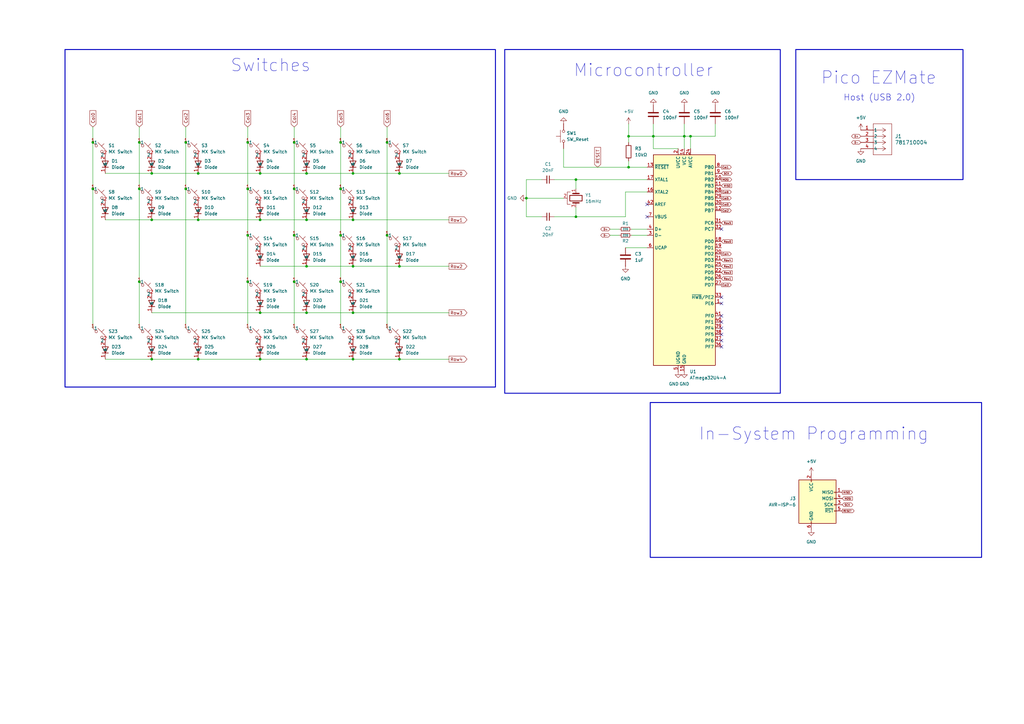
<source format=kicad_sch>
(kicad_sch (version 20231120) (generator "eeschema") (generator_version "8.0")
  (paper "A3")
  (lib_symbols
    (symbol "Connector:AVR-ISP-6" (pin_names (offset 1.016))
      (property "Reference" "J" (at -6.35 11.43 0))
      (property "Value" "AVR-ISP-6" (at 0 11.43 0))
      (symbol "AVR-ISP-6_0_1"
        (rectangle (start -2.667 -6.858) (end -2.413 -7.62))
        (rectangle (start -2.667 10.16) (end -2.413 9.398))
        (rectangle (start 7.62 -2.413) (end 6.858 -2.667))
        (rectangle (start 7.62 0.127) (end 6.858 -0.127))
        (rectangle (start 7.62 2.667) (end 6.858 2.413))
        (rectangle (start 7.62 5.207) (end 6.858 4.953))
        (rectangle (start 7.62 10.16) (end -7.62 -7.62) (stroke (width 0.254)) (fill (type background)))
      )
      (symbol "AVR-ISP-6_1_1"
        (pin passive line (at 10.16 5.08 180) (length 2.54) (name "MISO") (number "1"))
        (pin passive line (at -2.54 12.7 270) (length 2.54) (name "VCC") (number "2"))
        (pin passive line (at 10.16 0 180) (length 2.54) (name "SCK") (number "3"))
        (pin passive line (at 10.16 2.54 180) (length 2.54) (name "MOSI") (number "4"))
        (pin passive line (at 10.16 -2.54 180) (length 2.54) (name "~{RST}") (number "5"))
        (pin passive line (at -2.54 -10.16 90) (length 2.54) (name "GND") (number "6"))
      )
    )
    (symbol "Device:C" (pin_numbers hide) (pin_names (offset 0.254))
      (property "Reference" "C" (at 0.635 2.54 0))
      (property "Value" "C" (at 0.635 -2.54 0))
      (symbol "C_0_1"
        (polyline (pts (xy -2.032 -0.762) (xy 2.032 -0.762)) (stroke (width 0.508)))
        (polyline (pts (xy -2.032 0.762) (xy 2.032 0.762)) (stroke (width 0.508)))
      )
      (symbol "C_1_1"
        (pin passive line (at 0 3.81 270) (length 2.794) (name "~") (number "1"))
        (pin passive line (at 0 -3.81 90) (length 2.794) (name "~") (number "2"))
      )
    )
    (symbol "Device:C_Small" (pin_numbers hide) (pin_names (offset 0.254) hide)
      (property "Reference" "C" (at 0.254 1.778 0))
      (property "Value" "C_Small" (at 0.254 -2.032 0))
      (symbol "C_Small_0_1"
        (polyline (pts (xy -1.524 -0.508) (xy 1.524 -0.508)) (stroke (width 0.3302)))
        (polyline (pts (xy -1.524 0.508) (xy 1.524 0.508)) (stroke (width 0.3048)))
      )
      (symbol "C_Small_1_1"
        (pin passive line (at 0 2.54 270) (length 2.032) (name "~") (number "1"))
        (pin passive line (at 0 -2.54 90) (length 2.032) (name "~") (number "2"))
      )
    )
    (symbol "Device:Crystal_GND2" (pin_names (offset 1.016) hide)
      (property "Reference" "Y" (at 0 5.715 0))
      (property "Value" "Crystal_GND2" (at 0 3.81 0))
      (symbol "Crystal_GND2_0_1"
        (rectangle (start -1.143 2.54) (end 1.143 -2.54) (stroke (width 0.3048)))
        (polyline (pts (xy -2.54 0) (xy -1.905 0)))
        (polyline (pts (xy -1.905 -1.27) (xy -1.905 1.27)) (stroke (width 0.508)))
        (polyline (pts (xy 0 -3.81) (xy 0 -3.556)))
        (polyline (pts (xy 1.905 0) (xy 2.54 0)))
        (polyline (pts (xy 1.905 1.27) (xy 1.905 -1.27)) (stroke (width 0.508)))
        (polyline (pts (xy -2.54 -2.286) (xy -2.54 -3.556) (xy 2.54 -3.556) (xy 2.54 -2.286)))
      )
      (symbol "Crystal_GND2_1_1"
        (pin passive line (at -3.81 0 0) (length 1.27) (name "1") (number "1"))
        (pin passive line (at 0 -5.08 90) (length 1.27) (name "2") (number "2"))
        (pin passive line (at 3.81 0 180) (length 1.27) (name "3") (number "3"))
      )
    )
    (symbol "Device:R" (pin_numbers hide) (pin_names (offset 0))
      (property "Reference" "R" (at 2.032 0 90))
      (property "Value" "R" (at 0 0 90))
      (symbol "R_0_1"
        (rectangle (start -1.016 -2.54) (end 1.016 2.54) (stroke (width 0.254)))
      )
      (symbol "R_1_1"
        (pin passive line (at 0 3.81 270) (length 1.27) (name "~") (number "1"))
        (pin passive line (at 0 -3.81 90) (length 1.27) (name "~") (number "2"))
      )
    )
    (symbol "Device:R_Small" (pin_numbers hide) (pin_names (offset 0.254) hide)
      (property "Reference" "R" (at 0.762 0.508 0))
      (property "Value" "R_Small" (at 0.762 -1.016 0))
      (symbol "R_Small_0_1"
        (rectangle (start -0.762 1.778) (end 0.762 -1.778) (stroke (width 0.2032)))
      )
      (symbol "R_Small_1_1"
        (pin passive line (at 0 2.54 270) (length 0.762) (name "~") (number "1"))
        (pin passive line (at 0 -2.54 90) (length 0.762) (name "~") (number "2"))
      )
    )
    (symbol "GND_9" (power) (pin_numbers hide) (pin_names (offset 0) hide)
      (property "Value" "GND" (at 0 -3.81 0))
      (symbol "GND_9_0_1"
        (polyline (pts (xy 0 0) (xy 0 -1.27) (xy 1.27 -1.27) (xy 0 -2.54) (xy -1.27 -1.27) (xy 0 -1.27)))
      )
      (symbol "GND_9_1_1"
        (pin power_in line (at 0 0 270) (length 0) (name "~") (number "1"))
      )
    )
    (symbol "MCU_Microchip_ATmega:ATmega32U4-A"
      (property "Reference" "U" (at -12.7 44.45 0))
      (property "Value" "ATmega32U4-A" (at 2.54 -44.45 0))
      (symbol "ATmega32U4-A_0_1"
        (rectangle (start -12.7 -43.18) (end 12.7 43.18) (stroke (width 0.254)) (fill (type background)))
      )
      (symbol "ATmega32U4-A_1_1"
        (pin bidirectional line (at 15.24 -17.78 180) (length 2.54) (name "PE6") (number "1"))
        (pin bidirectional line (at 15.24 33.02 180) (length 2.54) (name "PB2") (number "10"))
        (pin bidirectional line (at 15.24 30.48 180) (length 2.54) (name "PB3") (number "11"))
        (pin bidirectional line (at 15.24 20.32 180) (length 2.54) (name "PB7") (number "12"))
        (pin input line (at -15.24 38.1 0) (length 2.54) (name "~{RESET}") (number "13"))
        (pin power_in line (at 0 45.72 270) (length 2.54) (name "VCC") (number "14"))
        (pin power_in line (at 0 -45.72 90) (length 2.54) (name "GND") (number "15"))
        (pin output line (at -15.24 27.94 0) (length 2.54) (name "XTAL2") (number "16"))
        (pin input line (at -15.24 33.02 0) (length 2.54) (name "XTAL1") (number "17"))
        (pin bidirectional line (at 15.24 7.62 180) (length 2.54) (name "PD0") (number "18"))
        (pin bidirectional line (at 15.24 5.08 180) (length 2.54) (name "PD1") (number "19"))
        (pin power_in line (at -2.54 45.72 270) (length 2.54) (name "UVCC") (number "2"))
        (pin bidirectional line (at 15.24 2.54 180) (length 2.54) (name "PD2") (number "20"))
        (pin bidirectional line (at 15.24 0 180) (length 2.54) (name "PD3") (number "21"))
        (pin bidirectional line (at 15.24 -5.08 180) (length 2.54) (name "PD5") (number "22"))
        (pin passive line (at 0 -45.72 90) (length 2.54) hide (name "GND") (number "23"))
        (pin power_in line (at 2.54 45.72 270) (length 2.54) (name "AVCC") (number "24"))
        (pin bidirectional line (at 15.24 -2.54 180) (length 2.54) (name "PD4") (number "25"))
        (pin bidirectional line (at 15.24 -7.62 180) (length 2.54) (name "PD6") (number "26"))
        (pin bidirectional line (at 15.24 -10.16 180) (length 2.54) (name "PD7") (number "27"))
        (pin bidirectional line (at 15.24 27.94 180) (length 2.54) (name "PB4") (number "28"))
        (pin bidirectional line (at 15.24 25.4 180) (length 2.54) (name "PB5") (number "29"))
        (pin bidirectional line (at -15.24 10.16 0) (length 2.54) (name "D-") (number "3"))
        (pin bidirectional line (at 15.24 22.86 180) (length 2.54) (name "PB6") (number "30"))
        (pin bidirectional line (at 15.24 15.24 180) (length 2.54) (name "PC6") (number "31"))
        (pin bidirectional line (at 15.24 12.7 180) (length 2.54) (name "PC7") (number "32"))
        (pin bidirectional line (at 15.24 -15.24 180) (length 2.54) (name "~{HWB}/PE2") (number "33"))
        (pin passive line (at 0 45.72 270) (length 2.54) hide (name "VCC") (number "34"))
        (pin passive line (at 0 -45.72 90) (length 2.54) hide (name "GND") (number "35"))
        (pin bidirectional line (at 15.24 -35.56 180) (length 2.54) (name "PF7") (number "36"))
        (pin bidirectional line (at 15.24 -33.02 180) (length 2.54) (name "PF6") (number "37"))
        (pin bidirectional line (at 15.24 -30.48 180) (length 2.54) (name "PF5") (number "38"))
        (pin bidirectional line (at 15.24 -27.94 180) (length 2.54) (name "PF4") (number "39"))
        (pin bidirectional line (at -15.24 12.7 0) (length 2.54) (name "D+") (number "4"))
        (pin bidirectional line (at 15.24 -25.4 180) (length 2.54) (name "PF1") (number "40"))
        (pin bidirectional line (at 15.24 -22.86 180) (length 2.54) (name "PF0") (number "41"))
        (pin passive line (at -15.24 22.86 0) (length 2.54) (name "AREF") (number "42"))
        (pin passive line (at 0 -45.72 90) (length 2.54) hide (name "GND") (number "43"))
        (pin passive line (at 2.54 45.72 270) (length 2.54) hide (name "AVCC") (number "44"))
        (pin passive line (at -2.54 -45.72 90) (length 2.54) (name "UGND") (number "5"))
        (pin passive line (at -15.24 5.08 0) (length 2.54) (name "UCAP") (number "6"))
        (pin input line (at -15.24 17.78 0) (length 2.54) (name "VBUS") (number "7"))
        (pin bidirectional line (at 15.24 38.1 180) (length 2.54) (name "PB0") (number "8"))
        (pin bidirectional line (at 15.24 35.56 180) (length 2.54) (name "PB1") (number "9"))
      )
    )
    (symbol "Switch:SW_Push" (pin_numbers hide) (pin_names (offset 1.016) hide)
      (property "Reference" "SW" (at 1.27 2.54 0))
      (property "Value" "SW_Push" (at 0 -1.524 0))
      (symbol "SW_Push_0_1"
        (circle (center -2.032 0) (radius 0.508))
        (polyline (pts (xy 0 1.27) (xy 0 3.048)))
        (polyline (pts (xy 2.54 1.27) (xy -2.54 1.27)))
        (circle (center 2.032 0) (radius 0.508))
        (pin passive line (at -5.08 0 0) (length 2.54) (name "1") (number "1"))
        (pin passive line (at 5.08 0 180) (length 2.54) (name "2") (number "2"))
      )
    )
    (symbol "pico-ezmate:781710004" (pin_names (offset 0.254))
      (property "Reference" "J" (at 8.89 6.35 0))
      (property "Value" "781710004" (at 0 0 0))
      (symbol "781710004_1_1"
        (polyline (pts (xy 5.08 -10.16) (xy 12.7 -10.16)))
        (polyline (pts (xy 5.08 2.54) (xy 5.08 -10.16)))
        (polyline (pts (xy 10.16 -7.62) (xy 5.08 -7.62)))
        (polyline (pts (xy 10.16 -7.62) (xy 8.89 -8.4667)))
        (polyline (pts (xy 10.16 -7.62) (xy 8.89 -6.7733)))
        (polyline (pts (xy 10.16 -5.08) (xy 5.08 -5.08)))
        (polyline (pts (xy 10.16 -5.08) (xy 8.89 -5.9267)))
        (polyline (pts (xy 10.16 -5.08) (xy 8.89 -4.2333)))
        (polyline (pts (xy 10.16 -2.54) (xy 5.08 -2.54)))
        (polyline (pts (xy 10.16 -2.54) (xy 8.89 -3.3867)))
        (polyline (pts (xy 10.16 -2.54) (xy 8.89 -1.6933)))
        (polyline (pts (xy 10.16 0) (xy 5.08 0)))
        (polyline (pts (xy 10.16 0) (xy 8.89 -0.8467)))
        (polyline (pts (xy 10.16 0) (xy 8.89 0.8467)))
        (polyline (pts (xy 12.7 -10.16) (xy 12.7 2.54)))
        (polyline (pts (xy 12.7 2.54) (xy 5.08 2.54)))
        (pin unspecified line (at 0 0 0) (length 5.08) (name "1") (number "1"))
        (pin unspecified line (at 0 -2.54 0) (length 5.08) (name "2") (number "2"))
        (pin unspecified line (at 0 -5.08 0) (length 5.08) (name "3") (number "3"))
        (pin unspecified line (at 0 -7.62 0) (length 5.08) (name "4") (number "4"))
      )
      (symbol "781710004_1_2"
        (polyline (pts (xy 5.08 -10.16) (xy 12.7 -10.16)))
        (polyline (pts (xy 5.08 2.54) (xy 5.08 -10.16)))
        (polyline (pts (xy 7.62 -7.62) (xy 5.08 -7.62)))
        (polyline (pts (xy 7.62 -7.62) (xy 8.89 -8.4667)))
        (polyline (pts (xy 7.62 -7.62) (xy 8.89 -6.7733)))
        (polyline (pts (xy 7.62 -5.08) (xy 5.08 -5.08)))
        (polyline (pts (xy 7.62 -5.08) (xy 8.89 -5.9267)))
        (polyline (pts (xy 7.62 -5.08) (xy 8.89 -4.2333)))
        (polyline (pts (xy 7.62 -2.54) (xy 5.08 -2.54)))
        (polyline (pts (xy 7.62 -2.54) (xy 8.89 -3.3867)))
        (polyline (pts (xy 7.62 -2.54) (xy 8.89 -1.6933)))
        (polyline (pts (xy 7.62 0) (xy 5.08 0)))
        (polyline (pts (xy 7.62 0) (xy 8.89 -0.8467)))
        (polyline (pts (xy 7.62 0) (xy 8.89 0.8467)))
        (polyline (pts (xy 12.7 -10.16) (xy 12.7 2.54)))
        (polyline (pts (xy 12.7 2.54) (xy 5.08 2.54)))
        (pin unspecified line (at 0 0 0) (length 5.08) (name "1") (number "1"))
        (pin unspecified line (at 0 -2.54 0) (length 5.08) (name "2") (number "2"))
        (pin unspecified line (at 0 -5.08 0) (length 5.08) (name "3") (number "3"))
        (pin unspecified line (at 0 -7.62 0) (length 5.08) (name "4") (number "4"))
      )
    )
    (symbol "power:+5V" (power) (pin_numbers hide) (pin_names (offset 0) hide)
      (property "Value" "+5V" (at 0 3.556 0))
      (symbol "+5V_0_1"
        (polyline (pts (xy -0.762 1.27) (xy 0 2.54)))
        (polyline (pts (xy 0 0) (xy 0 2.54)))
        (polyline (pts (xy 0 2.54) (xy 0.762 1.27)))
      )
      (symbol "+5V_1_1"
        (pin power_in line (at 0 0 90) (length 0) (name "~") (number "1"))
      )
    )
    (symbol "power:GND" (power) (pin_numbers hide) (pin_names (offset 0) hide)
      (property "Value" "GND" (at 0 -3.81 0))
      (symbol "GND_0_1"
        (polyline (pts (xy 0 0) (xy 0 -1.27) (xy 1.27 -1.27) (xy 0 -2.54) (xy -1.27 -1.27) (xy 0 -1.27)))
      )
      (symbol "GND_1_1"
        (pin power_in line (at 0 0 270) (length 0) (name "~") (number "1"))
      )
    )
    (symbol "twangodev:MX_Switch"
      (property "Reference" "S" (at -3.302 8.128 0))
      (property "Value" "MX Switch" (at -3.302 6.096 0))
      (symbol "MX_Switch_0_1"
        (circle (center -1.1684 1.1684) (radius 0.508))
        (polyline (pts (xy -0.508 2.54) (xy 2.54 -0.508)))
        (polyline (pts (xy 1.016 1.016) (xy 2.032 2.032)))
        (polyline (pts (xy -2.54 2.54) (xy -1.524 1.524) (xy -1.524 1.524)))
        (polyline (pts (xy 1.524 -1.524) (xy 2.54 -2.54) (xy 2.54 -2.54) (xy 2.54 -2.54)))
        (circle (center 1.143 -1.1938) (radius 0.508))
        (pin passive line (at -2.54 2.54 0) (length 0) (name "1") (number "1"))
        (pin passive line (at 2.54 -2.54 180) (length 0) (name "2") (number "2"))
      )
    )
    (symbol "twangodev:Switch_Diode"
      (property "Reference" "D" (at -2.286 6.096 0))
      (property "Value" "Diode" (at -2.286 3.556 0))
      (symbol "Switch_Diode_0_1"
        (polyline (pts (xy -1.27 1.27) (xy -1.27 -1.27)) (stroke (width 0.254)))
        (polyline (pts (xy 1.27 0) (xy -1.27 0)))
        (polyline (pts (xy 1.27 1.27) (xy 1.27 -1.27) (xy -1.27 0) (xy 1.27 1.27)) (stroke (width 0.254)))
      )
      (symbol "Switch_Diode_1_1"
        (pin passive line (at -3.81 0 0) (length 2.54) (name "K") (number "1"))
        (pin passive line (at 3.81 0 180) (length 2.54) (name "A") (number "2"))
      )
    )
  )
  (junction (at 125.73 109.22))
  (junction (at 257.81 68.58))
  (junction (at 144.78 128.27))
  (junction (at 139.7 77.47))
  (junction (at 120.65 77.47))
  (junction (at 62.23 147.32))
  (junction (at 57.15 58.42))
  (junction (at 106.68 147.32))
  (junction (at 106.68 71.12))
  (junction (at 139.7 115.57))
  (junction (at 283.21 55.88))
  (junction (at 267.97 55.88))
  (junction (at 81.28 90.17))
  (junction (at 236.22 73.66))
  (junction (at 144.78 109.22))
  (junction (at 120.65 58.42))
  (junction (at 76.2 77.47))
  (junction (at 106.68 128.27))
  (junction (at 101.6 115.57))
  (junction (at 57.15 115.57))
  (junction (at 280.67 55.88))
  (junction (at 106.68 90.17))
  (junction (at 81.28 71.12))
  (junction (at 163.83 109.22))
  (junction (at 158.75 96.52))
  (junction (at 125.73 128.27))
  (junction (at 125.73 147.32))
  (junction (at 120.65 115.57))
  (junction (at 144.78 90.17))
  (junction (at 215.9 81.28))
  (junction (at 101.6 77.47))
  (junction (at 144.78 71.12))
  (junction (at 101.6 58.42))
  (junction (at 62.23 71.12))
  (junction (at 139.7 58.42))
  (junction (at 81.28 147.32))
  (junction (at 76.2 58.42))
  (junction (at 38.1 58.42))
  (junction (at 139.7 96.52))
  (junction (at 257.81 55.88))
  (junction (at 62.23 90.17))
  (junction (at 57.15 77.47))
  (junction (at 144.78 147.32))
  (junction (at 38.1 77.47))
  (junction (at 125.73 71.12))
  (junction (at 120.65 96.52))
  (junction (at 163.83 147.32))
  (junction (at 125.73 90.17))
  (junction (at 236.22 88.9))
  (junction (at 101.6 96.52))
  (junction (at 163.83 71.12))
  (junction (at 158.75 58.42))
  (no_connect (at 295.91 132.08))
  (no_connect (at 265.43 83.82))
  (no_connect (at 295.91 124.46))
  (no_connect (at 295.91 129.54))
  (no_connect (at 295.91 121.92))
  (no_connect (at 295.91 139.7))
  (no_connect (at 295.91 93.98))
  (no_connect (at 265.43 88.9))
  (no_connect (at 295.91 137.16))
  (no_connect (at 295.91 134.62))
  (no_connect (at 295.91 142.24))
  (wire (pts (xy 62.23 128.27) (xy 106.68 128.27)))
  (wire (pts (xy 158.75 96.52) (xy 158.75 134.62)))
  (wire (pts (xy 283.21 55.88) (xy 283.21 60.96)))
  (wire (pts (xy 81.28 147.32) (xy 106.68 147.32)))
  (wire (pts (xy 158.75 52.07) (xy 158.75 58.42)))
  (wire (pts (xy 215.9 88.9) (xy 215.9 81.28)))
  (wire (pts (xy 293.37 50.8) (xy 293.37 55.88)))
  (wire (pts (xy 125.73 71.12) (xy 144.78 71.12)))
  (wire (pts (xy 144.78 90.17) (xy 184.15 90.17)))
  (wire (pts (xy 257.81 50.8) (xy 257.81 55.88)))
  (wire (pts (xy 81.28 71.12) (xy 106.68 71.12)))
  (wire (pts (xy 125.73 109.22) (xy 144.78 109.22)))
  (wire (pts (xy 222.25 88.9) (xy 215.9 88.9)))
  (wire (pts (xy 106.68 90.17) (xy 125.73 90.17)))
  (wire (pts (xy 163.83 109.22) (xy 184.15 109.22)))
  (wire (pts (xy 231.14 68.58) (xy 231.14 60.96)))
  (wire (pts (xy 256.54 88.9) (xy 256.54 78.74)))
  (wire (pts (xy 257.81 68.58) (xy 231.14 68.58)))
  (wire (pts (xy 236.22 73.66) (xy 236.22 77.47)))
  (wire (pts (xy 38.1 77.47) (xy 38.1 134.62)))
  (wire (pts (xy 57.15 115.57) (xy 57.15 134.62)))
  (wire (pts (xy 227.33 88.9) (xy 236.22 88.9)))
  (wire (pts (xy 120.65 52.07) (xy 120.65 58.42)))
  (wire (pts (xy 280.67 55.88) (xy 280.67 60.96)))
  (wire (pts (xy 106.68 71.12) (xy 125.73 71.12)))
  (wire (pts (xy 106.68 128.27) (xy 125.73 128.27)))
  (wire (pts (xy 139.7 77.47) (xy 139.7 96.52)))
  (wire (pts (xy 120.65 115.57) (xy 120.65 134.62)))
  (wire (pts (xy 267.97 50.8) (xy 267.97 55.88)))
  (wire (pts (xy 43.18 147.32) (xy 62.23 147.32)))
  (wire (pts (xy 257.81 66.04) (xy 257.81 68.58)))
  (wire (pts (xy 144.78 128.27) (xy 184.15 128.27)))
  (wire (pts (xy 144.78 147.32) (xy 163.83 147.32)))
  (wire (pts (xy 227.33 73.66) (xy 236.22 73.66)))
  (wire (pts (xy 257.81 55.88) (xy 267.97 55.88)))
  (wire (pts (xy 293.37 55.88) (xy 283.21 55.88)))
  (wire (pts (xy 236.22 73.66) (xy 265.43 73.66)))
  (wire (pts (xy 139.7 96.52) (xy 139.7 115.57)))
  (wire (pts (xy 144.78 71.12) (xy 163.83 71.12)))
  (wire (pts (xy 280.67 50.8) (xy 280.67 55.88)))
  (wire (pts (xy 101.6 96.52) (xy 101.6 115.57)))
  (wire (pts (xy 106.68 147.32) (xy 125.73 147.32)))
  (wire (pts (xy 76.2 77.47) (xy 76.2 134.62)))
  (wire (pts (xy 120.65 77.47) (xy 120.65 96.52)))
  (wire (pts (xy 43.18 71.12) (xy 62.23 71.12)))
  (wire (pts (xy 120.65 96.52) (xy 120.65 115.57)))
  (wire (pts (xy 158.75 58.42) (xy 158.75 96.52)))
  (wire (pts (xy 215.9 81.28) (xy 231.14 81.28)))
  (wire (pts (xy 280.67 55.88) (xy 267.97 55.88)))
  (wire (pts (xy 101.6 115.57) (xy 101.6 134.62)))
  (wire (pts (xy 76.2 58.42) (xy 76.2 77.47)))
  (wire (pts (xy 81.28 90.17) (xy 106.68 90.17)))
  (wire (pts (xy 101.6 52.07) (xy 101.6 58.42)))
  (wire (pts (xy 163.83 71.12) (xy 184.15 71.12)))
  (wire (pts (xy 139.7 58.42) (xy 139.7 77.47)))
  (wire (pts (xy 250.19 93.98) (xy 254 93.98)))
  (wire (pts (xy 62.23 147.32) (xy 81.28 147.32)))
  (wire (pts (xy 236.22 85.09) (xy 236.22 88.9)))
  (wire (pts (xy 57.15 58.42) (xy 57.15 77.47)))
  (wire (pts (xy 215.9 73.66) (xy 215.9 81.28)))
  (wire (pts (xy 62.23 90.17) (xy 81.28 90.17)))
  (wire (pts (xy 259.08 96.52) (xy 265.43 96.52)))
  (wire (pts (xy 57.15 77.47) (xy 57.15 115.57)))
  (wire (pts (xy 43.18 90.17) (xy 62.23 90.17)))
  (wire (pts (xy 256.54 78.74) (xy 265.43 78.74)))
  (wire (pts (xy 125.73 90.17) (xy 144.78 90.17)))
  (wire (pts (xy 38.1 58.42) (xy 38.1 77.47)))
  (wire (pts (xy 257.81 55.88) (xy 257.81 58.42)))
  (wire (pts (xy 267.97 60.96) (xy 278.13 60.96)))
  (wire (pts (xy 259.08 93.98) (xy 265.43 93.98)))
  (wire (pts (xy 256.54 101.6) (xy 265.43 101.6)))
  (wire (pts (xy 283.21 55.88) (xy 280.67 55.88)))
  (wire (pts (xy 139.7 115.57) (xy 139.7 134.62)))
  (wire (pts (xy 57.15 52.07) (xy 57.15 58.42)))
  (wire (pts (xy 125.73 128.27) (xy 144.78 128.27)))
  (wire (pts (xy 257.81 68.58) (xy 265.43 68.58)))
  (wire (pts (xy 38.1 52.07) (xy 38.1 58.42)))
  (wire (pts (xy 62.23 71.12) (xy 81.28 71.12)))
  (wire (pts (xy 139.7 52.07) (xy 139.7 58.42)))
  (wire (pts (xy 125.73 147.32) (xy 144.78 147.32)))
  (wire (pts (xy 236.22 88.9) (xy 256.54 88.9)))
  (wire (pts (xy 106.68 109.22) (xy 125.73 109.22)))
  (wire (pts (xy 222.25 73.66) (xy 215.9 73.66)))
  (wire (pts (xy 101.6 58.42) (xy 101.6 77.47)))
  (wire (pts (xy 76.2 52.07) (xy 76.2 58.42)))
  (wire (pts (xy 120.65 58.42) (xy 120.65 77.47)))
  (wire (pts (xy 163.83 147.32) (xy 184.15 147.32)))
  (wire (pts (xy 250.19 96.52) (xy 254 96.52)))
  (wire (pts (xy 144.78 109.22) (xy 163.83 109.22)))
  (wire (pts (xy 101.6 77.47) (xy 101.6 96.52)))
  (wire (pts (xy 267.97 55.88) (xy 267.97 60.96)))
  (rectangle (start 266.7 165.1) (end 402.59 228.6) (stroke (width 0.381)))
  (rectangle (start 326.39 20.32) (end 394.97 73.66) (stroke (width 0.381)))
  (rectangle (start 26.67 20.32) (end 203.2 158.75) (stroke (width 0.381)))
  (rectangle (start 207.01 20.32) (end 320.04 161.29) (stroke (width 0.381)))
  (text "In-System Programming" (at 333.756 178.054 0) (effects (font (size 5.08 5.08))))
  (text "Microcontroller" (at 263.906 28.956 0) (effects (font (size 5.08 5.08))))
  (text "Switches" (at 110.998 26.924 0) (effects (font (size 5.08 5.08))))
  (text "Host (USB 2.0)" (at 360.68 40.132 0) (effects (font (size 2.54 2.54))))
  (text "Pico EZMate" (at 360.426 32.004 0) (effects (font (size 5.08 5.08))))
  (global_label "Col0" (shape input) (at 38.1 52.07 90) (property "Intersheetrefs" "${INTERSHEET_REFS}" (effects (hide yes))))
  (global_label "Col2" (shape input) (at 76.2 52.07 90) (property "Intersheetrefs" "${INTERSHEET_REFS}" (effects (hide yes))))
  (global_label "Row0" (shape input) (at 295.91 99.06 0) (effects (font (size 0.762 0.762))) (property "Intersheetrefs" "${INTERSHEET_REFS}" (effects (hide yes))))
  (global_label "Col3" (shape output) (at 295.91 116.84 0) (effects (font (size 0.762 0.762))) (property "Intersheetrefs" "${INTERSHEET_REFS}" (effects (hide yes))))
  (global_label "Col6" (shape input) (at 158.75 52.07 90) (property "Intersheetrefs" "${INTERSHEET_REFS}" (effects (hide yes))))
  (global_label "Row1" (shape input) (at 295.91 114.3 0) (effects (font (size 0.762 0.762))) (property "Intersheetrefs" "${INTERSHEET_REFS}" (effects (hide yes))))
  (global_label "Col3" (shape input) (at 101.6 52.07 90) (property "Intersheetrefs" "${INTERSHEET_REFS}" (effects (hide yes))))
  (global_label "MISO" (shape input) (at 295.91 76.2 0) (effects (font (size 0.762 0.762))) (property "Intersheetrefs" "${INTERSHEET_REFS}" (effects (hide yes))))
  (global_label "Row1" (shape output) (at 184.15 90.17 0) (property "Intersheetrefs" "${INTERSHEET_REFS}" (effects (hide yes))))
  (global_label "SCK" (shape bidirectional) (at 295.91 71.12 0) (effects (font (size 0.762 0.762))) (property "Intersheetrefs" "${INTERSHEET_REFS}" (effects (hide yes))))
  (global_label "Col1" (shape output) (at 295.91 68.58 0) (effects (font (size 0.762 0.762))) (property "Intersheetrefs" "${INTERSHEET_REFS}" (effects (hide yes))))
  (global_label "Row5" (shape input) (at 295.91 91.44 0) (effects (font (size 0.762 0.762))) (property "Intersheetrefs" "${INTERSHEET_REFS}" (effects (hide yes))))
  (global_label "RESET" (shape output) (at 345.44 209.55 0) (effects (font (size 0.762 0.762))) (property "Intersheetrefs" "${INTERSHEET_REFS}" (effects (hide yes))))
  (global_label "MISO" (shape output) (at 345.44 201.93 0) (effects (font (size 0.762 0.762))) (property "Intersheetrefs" "${INTERSHEET_REFS}" (effects (hide yes))))
  (global_label "Col6" (shape output) (at 295.91 78.74 0) (effects (font (size 0.762 0.762))) (property "Intersheetrefs" "${INTERSHEET_REFS}" (effects (hide yes))))
  (global_label "Row3" (shape input) (at 295.91 111.76 0) (effects (font (size 0.762 0.762))) (property "Intersheetrefs" "${INTERSHEET_REFS}" (effects (hide yes))))
  (global_label "Col2" (shape output) (at 295.91 86.36 0) (effects (font (size 0.762 0.762))) (property "Intersheetrefs" "${INTERSHEET_REFS}" (effects (hide yes))))
  (global_label "Row2" (shape input) (at 295.91 109.22 0) (effects (font (size 0.762 0.762))) (property "Intersheetrefs" "${INTERSHEET_REFS}" (effects (hide yes))))
  (global_label "Row2" (shape output) (at 184.15 109.22 0) (property "Intersheetrefs" "${INTERSHEET_REFS}" (effects (hide yes))))
  (global_label "MOSI" (shape output) (at 295.91 73.66 0) (effects (font (size 0.762 0.762))) (property "Intersheetrefs" "${INTERSHEET_REFS}" (effects (hide yes))))
  (global_label "Row4" (shape input) (at 295.91 106.68 0) (effects (font (size 0.762 0.762))) (property "Intersheetrefs" "${INTERSHEET_REFS}" (effects (hide yes))))
  (global_label "Col4" (shape output) (at 295.91 104.14 0) (effects (font (size 0.762 0.762))) (property "Intersheetrefs" "${INTERSHEET_REFS}" (effects (hide yes))))
  (global_label "SCK" (shape bidirectional) (at 345.44 207.01 0) (effects (font (size 0.762 0.762))) (property "Intersheetrefs" "${INTERSHEET_REFS}" (effects (hide yes))))
  (global_label "Row3" (shape output) (at 184.15 128.27 0) (property "Intersheetrefs" "${INTERSHEET_REFS}" (effects (hide yes))))
  (global_label "D+" (shape bidirectional) (at 250.19 93.98 180) (effects (font (size 0.762 0.762))) (property "Intersheetrefs" "${INTERSHEET_REFS}" (effects (hide yes))))
  (global_label "Col4" (shape input) (at 120.65 52.07 90) (property "Intersheetrefs" "${INTERSHEET_REFS}" (effects (hide yes))))
  (global_label "MOSI" (shape input) (at 345.44 204.47 0) (effects (font (size 0.762 0.762))) (property "Intersheetrefs" "${INTERSHEET_REFS}" (effects (hide yes))))
  (global_label "D-" (shape bidirectional) (at 250.19 96.52 180) (effects (font (size 0.762 0.762))) (property "Intersheetrefs" "${INTERSHEET_REFS}" (effects (hide yes))))
  (global_label "Col5" (shape input) (at 139.7 52.07 90) (property "Intersheetrefs" "${INTERSHEET_REFS}" (effects (hide yes))))
  (global_label "Col5" (shape output) (at 295.91 81.28 0) (effects (font (size 0.762 0.762))) (property "Intersheetrefs" "${INTERSHEET_REFS}" (effects (hide yes))))
  (global_label "Row4" (shape output) (at 184.15 147.32 0) (property "Intersheetrefs" "${INTERSHEET_REFS}" (effects (hide yes))))
  (global_label "RESET" (shape input) (at 245.11 68.58 90) (property "Intersheetrefs" "${INTERSHEET_REFS}" (effects (hide yes))))
  (global_label "D-" (shape bidirectional) (at 353.06 58.42 180) (effects (font (size 0.762 0.762))) (property "Intersheetrefs" "${INTERSHEET_REFS}" (effects (hide yes))))
  (global_label "Row0" (shape output) (at 184.15 71.12 0) (property "Intersheetrefs" "${INTERSHEET_REFS}" (effects (hide yes))))
  (global_label "D+" (shape bidirectional) (at 353.06 55.88 180) (effects (font (size 0.762 0.762))) (property "Intersheetrefs" "${INTERSHEET_REFS}" (effects (hide yes))))
  (global_label "Col1" (shape input) (at 57.15 52.07 90) (property "Intersheetrefs" "${INTERSHEET_REFS}" (effects (hide yes))))
  (global_label "Col0" (shape output) (at 295.91 83.82 0) (effects (font (size 0.762 0.762))) (property "Intersheetrefs" "${INTERSHEET_REFS}" (effects (hide yes))))
  (symbol (lib_id "twangodev:Switch_Diode") (at 81.28 143.51 90) (unit 1)
    (property "Reference" "D25" (at 83.82 142.2399 90) (effects (justify right)))
    (property "Value" "Diode" (at 83.82 144.7799 90) (effects (justify right)))
    (property "Footprint" "Diode_SMD:D_SOD-123" (effects (hide yes)))
  )
  (symbol (lib_id "power:GND") (at 256.54 109.22 0) (unit 1)
    (property "Reference" "#PWR05" (effects (hide yes)))
    (property "Value" "GND" (at 256.54 114.3 0))
    (property "Description" "Power symbol creates a global label with name \"GND\" , ground" (effects (hide yes)))
  )
  (symbol (lib_id "twangodev:Switch_Diode") (at 106.68 86.36 90) (unit 1)
    (property "Reference" "D11" (at 109.22 85.0899 90) (effects (justify right)))
    (property "Value" "Diode" (at 109.22 87.6299 90) (effects (justify right)))
    (property "Footprint" "Diode_SMD:D_SOD-123" (effects (hide yes)))
  )
  (symbol (lib_id "Device:C_Small") (at 224.79 73.66 270) (unit 1)
    (property "Reference" "C1" (at 224.7836 67.31 90))
    (property "Value" "20nF" (at 224.7836 69.85 90))
    (property "Footprint" "Capacitor_SMD:C_0603_1608Metric" (effects (hide yes)))
    (property "Description" "Unpolarized capacitor, small symbol" (effects (hide yes)))
    (property "LCSC Part Number" "C282065" (effects (hide yes)))
  )
  (symbol (lib_id "twangodev:Switch_Diode") (at 163.83 143.51 90) (unit 1)
    (property "Reference" "D22" (at 166.37 142.2399 90) (effects (justify right)))
    (property "Value" "Diode" (at 166.37 144.7799 90) (effects (justify right)))
    (property "Footprint" "Diode_SMD:D_SOD-123" (effects (hide yes)))
  )
  (symbol (lib_id "twangodev:Switch_Diode") (at 144.78 86.36 90) (unit 1)
    (property "Reference" "D13" (at 147.32 85.0899 90) (effects (justify right)))
    (property "Value" "Diode" (at 147.32 87.6299 90) (effects (justify right)))
    (property "Footprint" "Diode_SMD:D_SOD-123" (effects (hide yes)))
  )
  (symbol (lib_name "GND_9") (lib_id "power:GND") (at 332.74 217.17 0) (unit 1)
    (property "Reference" "#PWR013" (effects (hide yes)))
    (property "Value" "GND" (at 332.74 222.25 0))
    (property "Description" "Power symbol creates a global label with name \"GND\" , ground" (effects (hide yes)))
  )
  (symbol (lib_id "Device:R_Small") (at 256.54 96.52 90) (unit 1)
    (property "Reference" "R2" (at 256.54 98.806 90))
    (property "Value" "22Ω" (at 256.54 96.52 90) (effects (font (size 0.762 0.762))))
    (property "Footprint" "Resistor_SMD:R_0603_1608Metric" (effects (hide yes)))
    (property "Description" "Resistor, small symbol" (effects (hide yes)))
    (property "LCSC Part Number" "C107701" (effects (hide yes)))
  )
  (symbol (lib_id "twangodev:Switch_Diode") (at 163.83 67.31 90) (unit 1)
    (property "Reference" "D7" (at 166.37 66.0399 90) (effects (justify right)))
    (property "Value" "Diode" (at 166.37 68.5799 90) (effects (justify right)))
    (property "Footprint" "Diode_SMD:D_SOD-123" (effects (hide yes)))
  )
  (symbol (lib_id "power:GND") (at 280.67 43.18 180) (unit 1)
    (property "Reference" "#PWR09" (effects (hide yes)))
    (property "Value" "GND" (at 280.67 38.1 0))
    (property "Description" "Power symbol creates a global label with name \"GND\" , ground" (effects (hide yes)))
  )
  (symbol (lib_id "twangodev:Switch_Diode") (at 81.28 67.31 90) (unit 1)
    (property "Reference" "D3" (at 83.82 66.0399 90) (effects (justify right)))
    (property "Value" "Diode" (at 83.82 68.5799 90) (effects (justify right)))
    (property "Footprint" "Diode_SMD:D_SOD-123" (effects (hide yes)))
  )
  (symbol (lib_id "twangodev:MX_Switch") (at 123.19 99.06 0) (unit 1)
    (property "Reference" "S15" (at 127 97.7899 0) (effects (justify left)))
    (property "Value" "MX Switch" (at 127 100.3299 0) (effects (justify left)))
    (property "Footprint" "Button_Switch_Keyboard:SW_Cherry_MX_1.00u_PCB" (effects (hide yes)))
  )
  (symbol (lib_id "Device:Crystal_GND2") (at 236.22 81.28 270) (unit 1)
    (property "Reference" "Y1" (at 240.03 80.0099 90) (effects (justify left)))
    (property "Value" "16mHz" (at 240.03 82.5499 90) (effects (justify left)))
    (property "Footprint" "Crystal:Crystal_SMD_3225-4Pin_3.2x2.5mm" (effects (hide yes)))
    (property "Description" "Three pin crystal, GND on pin 2" (effects (hide yes)))
    (property "LCSC Part Number" "C13738" (effects (hide yes)))
  )
  (symbol (lib_id "power:+5V") (at 332.74 194.31 0) (unit 1)
    (property "Reference" "#PWR012" (effects (hide yes)))
    (property "Value" "+5V" (at 332.74 189.23 0))
    (property "Description" "Power symbol creates a global label with name \"+5V\"" (effects (hide yes)))
  )
  (symbol (lib_id "pico-ezmate:781710004") (at 353.06 53.34 0) (unit 1)
    (property "Reference" "J1" (at 367.03 55.8799 0) (effects (font (size 1.524 1.524)) (justify left)))
    (property "Value" "781710004" (at 367.03 58.4199 0) (effects (font (size 1.524 1.524)) (justify left)))
    (property "Footprint" "Connector_Molex:Molex_Pico-EZmate_78171-0004_1x04-1MP_P1.20mm_Vertical" (effects (hide yes)))
    (property "Datasheet" "781710004" (effects (hide yes)))
  )
  (symbol (lib_id "twangodev:Switch_Diode") (at 106.68 143.51 90) (unit 1)
    (property "Reference" "D26" (at 109.22 142.2399 90) (effects (justify right)))
    (property "Value" "Diode" (at 109.22 144.7799 90) (effects (justify right)))
    (property "Footprint" "Diode_SMD:D_SOD-123" (effects (hide yes)))
  )
  (symbol (lib_id "twangodev:MX_Switch") (at 40.64 60.96 0) (unit 1)
    (property "Reference" "S1" (at 44.45 59.6899 0) (effects (justify left)))
    (property "Value" "MX Switch" (at 44.45 62.2299 0) (effects (justify left)))
    (property "Footprint" "Button_Switch_Keyboard:SW_Cherry_MX_1.00u_PCB" (effects (hide yes)))
  )
  (symbol (lib_id "Device:C") (at 280.67 46.99 0) (unit 1)
    (property "Reference" "C5" (at 284.48 45.7199 0) (effects (justify left)))
    (property "Value" "100nF" (at 284.48 48.2599 0) (effects (justify left)))
    (property "Footprint" "Capacitor_SMD:C_0402_1005Metric" (effects (hide yes)))
    (property "Description" "Unpolarized capacitor" (effects (hide yes)))
    (property "LCSC Part Number" "C513772" (effects (hide yes)))
  )
  (symbol (lib_id "twangodev:MX_Switch") (at 104.14 80.01 0) (unit 1)
    (property "Reference" "S11" (at 107.95 78.7399 0) (effects (justify left)))
    (property "Value" "MX Switch" (at 107.95 81.2799 0) (effects (justify left)))
    (property "Footprint" "Button_Switch_Keyboard:SW_Cherry_MX_1.00u_PCB" (effects (hide yes)))
  )
  (symbol (lib_id "twangodev:Switch_Diode") (at 106.68 124.46 90) (unit 1)
    (property "Reference" "D19" (at 109.22 123.1899 90) (effects (justify right)))
    (property "Value" "Diode" (at 109.22 125.7299 90) (effects (justify right)))
    (property "Footprint" "Diode_SMD:D_SOD-123" (effects (hide yes)))
  )
  (symbol (lib_id "twangodev:Switch_Diode") (at 125.73 86.36 90) (unit 1)
    (property "Reference" "D12" (at 128.27 85.0899 90) (effects (justify right)))
    (property "Value" "Diode" (at 128.27 87.6299 90) (effects (justify right)))
    (property "Footprint" "Diode_SMD:D_SOD-123" (effects (hide yes)))
  )
  (symbol (lib_id "twangodev:Switch_Diode") (at 81.28 86.36 90) (unit 1)
    (property "Reference" "D10" (at 83.82 85.0899 90) (effects (justify right)))
    (property "Value" "Diode" (at 83.82 87.6299 90) (effects (justify right)))
    (property "Footprint" "Diode_SMD:D_SOD-123" (effects (hide yes)))
  )
  (symbol (lib_id "power:+5V") (at 257.81 50.8 0) (unit 1)
    (property "Reference" "#PWR06" (effects (hide yes)))
    (property "Value" "+5V" (at 257.81 45.72 0))
    (property "Description" "Power symbol creates a global label with name \"+5V\"" (effects (hide yes)))
  )
  (symbol (lib_id "twangodev:MX_Switch") (at 104.14 118.11 0) (unit 1)
    (property "Reference" "S19" (at 107.95 116.8399 0) (effects (justify left)))
    (property "Value" "MX Switch" (at 107.95 119.3799 0) (effects (justify left)))
    (property "Footprint" "Button_Switch_Keyboard:SW_Cherry_MX_1.00u_PCB" (effects (hide yes)))
  )
  (symbol (lib_id "Connector:AVR-ISP-6") (at 335.28 207.01 0) (unit 1)
    (property "Reference" "J3" (at 326.39 204.4699 0) (effects (justify right)))
    (property "Value" "AVR-ISP-6" (at 326.39 207.0099 0) (effects (justify right)))
    (property "Footprint" "Connector_PinHeader_2.54mm:PinHeader_2x03_P2.54mm_Vertical" (effects (hide yes)))
    (property "Description" "Atmel 6-pin ISP connector" (effects (hide yes)))
  )
  (symbol (lib_id "twangodev:MX_Switch") (at 123.19 80.01 0) (unit 1)
    (property "Reference" "S12" (at 127 78.7399 0) (effects (justify left)))
    (property "Value" "MX Switch" (at 127 81.2799 0) (effects (justify left)))
    (property "Footprint" "Button_Switch_Keyboard:SW_Cherry_MX_1.00u_PCB" (effects (hide yes)))
  )
  (symbol (lib_id "power:GND") (at 353.06 60.96 0) (unit 1)
    (property "Reference" "#PWR02" (effects (hide yes)))
    (property "Value" "GND" (at 353.06 66.04 0))
    (property "Description" "Power symbol creates a global label with name \"GND\" , ground" (effects (hide yes)))
  )
  (symbol (lib_id "power:GND") (at 231.14 50.8 180) (unit 1)
    (property "Reference" "#PWR04" (effects (hide yes)))
    (property "Value" "GND" (at 231.14 45.72 0))
    (property "Description" "Power symbol creates a global label with name \"GND\" , ground" (effects (hide yes)))
  )
  (symbol (lib_id "power:GND") (at 293.37 43.18 180) (unit 1)
    (property "Reference" "#PWR011" (effects (hide yes)))
    (property "Value" "GND" (at 293.37 38.1 0))
    (property "Description" "Power symbol creates a global label with name \"GND\" , ground" (effects (hide yes)))
  )
  (symbol (lib_id "twangodev:MX_Switch") (at 142.24 60.96 0) (unit 1)
    (property "Reference" "S6" (at 146.05 59.6899 0) (effects (justify left)))
    (property "Value" "MX Switch" (at 146.05 62.2299 0) (effects (justify left)))
    (property "Footprint" "Button_Switch_Keyboard:SW_Cherry_MX_1.00u_PCB" (effects (hide yes)))
  )
  (symbol (lib_id "twangodev:MX_Switch") (at 161.29 137.16 0) (unit 1)
    (property "Reference" "S22" (at 165.1 135.8899 0) (effects (justify left)))
    (property "Value" "MX Switch" (at 165.1 138.4299 0) (effects (justify left)))
    (property "Footprint" "Button_Switch_Keyboard:SW_Cherry_MX_2.00u_Vertical_PCB" (effects (hide yes)))
  )
  (symbol (lib_id "twangodev:MX_Switch") (at 142.24 118.11 0) (unit 1)
    (property "Reference" "S21" (at 146.05 116.8399 0) (effects (justify left)))
    (property "Value" "MX Switch" (at 146.05 119.3799 0) (effects (justify left)))
    (property "Footprint" "Button_Switch_Keyboard:SW_Cherry_MX_1.00u_PCB" (effects (hide yes)))
  )
  (symbol (lib_id "twangodev:Switch_Diode") (at 62.23 67.31 90) (unit 1)
    (property "Reference" "D2" (at 64.77 66.0399 90) (effects (justify right)))
    (property "Value" "Diode" (at 64.77 68.5799 90) (effects (justify right)))
    (property "Footprint" "Diode_SMD:D_SOD-123" (effects (hide yes)))
  )
  (symbol (lib_id "twangodev:Switch_Diode") (at 144.78 105.41 90) (unit 1)
    (property "Reference" "D16" (at 147.32 104.1399 90) (effects (justify right)))
    (property "Value" "Diode" (at 147.32 106.6799 90) (effects (justify right)))
    (property "Footprint" "Diode_SMD:D_SOD-123" (effects (hide yes)))
  )
  (symbol (lib_id "twangodev:MX_Switch") (at 123.19 118.11 0) (unit 1)
    (property "Reference" "S20" (at 127 116.8399 0) (effects (justify left)))
    (property "Value" "MX Switch" (at 127 119.3799 0) (effects (justify left)))
    (property "Footprint" "Button_Switch_Keyboard:SW_Cherry_MX_1.00u_PCB" (effects (hide yes)))
  )
  (symbol (lib_id "twangodev:Switch_Diode") (at 43.18 143.51 90) (unit 1)
    (property "Reference" "D23" (at 45.72 142.2399 90) (effects (justify right)))
    (property "Value" "Diode" (at 45.72 144.7799 90) (effects (justify right)))
    (property "Footprint" "Diode_SMD:D_SOD-123" (effects (hide yes)))
  )
  (symbol (lib_id "MCU_Microchip_ATmega:ATmega32U4-A") (at 280.67 106.68 0) (unit 1)
    (property "Reference" "U1" (at 282.8641 152.4 0) (effects (justify left)))
    (property "Value" "ATmega32U4-A" (at 282.8641 154.94 0) (effects (justify left)))
    (property "Footprint" "Package_QFP:TQFP-44_10x10mm_P0.8mm" (effects (hide yes)))
    (property "Datasheet" "http://ww1.microchip.com/downloads/en/DeviceDoc/Atmel-7766-8-bit-AVR-ATmega16U4-32U4_Datasheet.pdf" (effects (hide yes)))
    (property "Description" "16MHz, 32kB Flash, 2.5kB SRAM, 1kB EEPROM, USB 2.0, TQFP-44" (effects (hide yes)))
    (property "LCSC Part Number" "C44854" (effects (hide yes)))
  )
  (symbol (lib_id "twangodev:MX_Switch") (at 40.64 80.01 0) (unit 1)
    (property "Reference" "S8" (at 44.45 78.7399 0) (effects (justify left)))
    (property "Value" "MX Switch" (at 44.45 81.2799 0) (effects (justify left)))
    (property "Footprint" "Button_Switch_Keyboard:SW_Cherry_MX_1.00u_PCB" (effects (hide yes)))
  )
  (symbol (lib_id "twangodev:MX_Switch") (at 78.74 80.01 0) (unit 1)
    (property "Reference" "S10" (at 82.55 78.7399 0) (effects (justify left)))
    (property "Value" "MX Switch" (at 82.55 81.2799 0) (effects (justify left)))
    (property "Footprint" "Button_Switch_Keyboard:SW_Cherry_MX_1.00u_PCB" (effects (hide yes)))
  )
  (symbol (lib_id "twangodev:Switch_Diode") (at 106.68 105.41 90) (unit 1)
    (property "Reference" "D14" (at 109.22 104.1399 90) (effects (justify right)))
    (property "Value" "Diode" (at 109.22 106.6799 90) (effects (justify right)))
    (property "Footprint" "Diode_SMD:D_SOD-123" (effects (hide yes)))
  )
  (symbol (lib_id "twangodev:MX_Switch") (at 104.14 137.16 0) (unit 1)
    (property "Reference" "S26" (at 107.95 135.8899 0) (effects (justify left)))
    (property "Value" "MX Switch" (at 107.95 138.4299 0) (effects (justify left)))
    (property "Footprint" "Button_Switch_Keyboard:SW_Cherry_MX_1.00u_PCB" (effects (hide yes)))
  )
  (symbol (lib_id "twangodev:Switch_Diode") (at 62.23 143.51 90) (unit 1)
    (property "Reference" "D24" (at 64.77 142.2399 90) (effects (justify right)))
    (property "Value" "Diode" (at 64.77 144.7799 90) (effects (justify right)))
    (property "Footprint" "Diode_SMD:D_SOD-123" (effects (hide yes)))
  )
  (symbol (lib_id "Device:C") (at 256.54 105.41 0) (unit 1)
    (property "Reference" "C3" (at 260.35 104.1399 0) (effects (justify left)))
    (property "Value" "1uF" (at 260.35 106.6799 0) (effects (justify left)))
    (property "Footprint" "Capacitor_SMD:C_0603_1608Metric" (effects (hide yes)))
    (property "Description" "Unpolarized capacitor" (effects (hide yes)))
    (property "LCSC Part Number" "C5189821" (effects (hide yes)))
  )
  (symbol (lib_id "twangodev:Switch_Diode") (at 125.73 143.51 90) (unit 1)
    (property "Reference" "D27" (at 128.27 142.2399 90) (effects (justify right)))
    (property "Value" "Diode" (at 128.27 144.7799 90) (effects (justify right)))
    (property "Footprint" "Diode_SMD:D_SOD-123" (effects (hide yes)))
  )
  (symbol (lib_id "Device:C") (at 267.97 46.99 0) (unit 1)
    (property "Reference" "C4" (at 271.78 45.7199 0) (effects (justify left)))
    (property "Value" "100nF" (at 271.78 48.2599 0) (effects (justify left)))
    (property "Footprint" "Capacitor_SMD:C_0402_1005Metric" (effects (hide yes)))
    (property "Description" "Unpolarized capacitor" (effects (hide yes)))
    (property "LCSC Part Number" "C513772" (effects (hide yes)))
  )
  (symbol (lib_id "twangodev:Switch_Diode") (at 125.73 124.46 90) (unit 1)
    (property "Reference" "D20" (at 128.27 123.1899 90) (effects (justify right)))
    (property "Value" "Diode" (at 128.27 125.7299 90) (effects (justify right)))
    (property "Footprint" "Diode_SMD:D_SOD-123" (effects (hide yes)))
  )
  (symbol (lib_id "twangodev:MX_Switch") (at 104.14 99.06 0) (unit 1)
    (property "Reference" "S14" (at 107.95 97.7899 0) (effects (justify left)))
    (property "Value" "MX Switch" (at 107.95 100.3299 0) (effects (justify left)))
    (property "Footprint" "Button_Switch_Keyboard:SW_Cherry_MX_1.00u_PCB" (effects (hide yes)))
  )
  (symbol (lib_id "twangodev:MX_Switch") (at 78.74 60.96 0) (unit 1)
    (property "Reference" "S3" (at 82.55 59.6899 0) (effects (justify left)))
    (property "Value" "MX Switch" (at 82.55 62.2299 0) (effects (justify left)))
    (property "Footprint" "Button_Switch_Keyboard:SW_Cherry_MX_1.00u_PCB" (effects (hide yes)))
  )
  (symbol (lib_id "twangodev:Switch_Diode") (at 144.78 124.46 90) (unit 1)
    (property "Reference" "D21" (at 147.32 123.1899 90) (effects (justify right)))
    (property "Value" "Diode" (at 147.32 125.7299 90) (effects (justify right)))
    (property "Footprint" "Diode_SMD:D_SOD-123" (effects (hide yes)))
  )
  (symbol (lib_id "twangodev:Switch_Diode") (at 106.68 67.31 90) (unit 1)
    (property "Reference" "D4" (at 109.22 66.0399 90) (effects (justify right)))
    (property "Value" "Diode" (at 109.22 68.5799 90) (effects (justify right)))
    (property "Footprint" "Diode_SMD:D_SOD-123" (effects (hide yes)))
  )
  (symbol (lib_id "twangodev:MX_Switch") (at 78.74 137.16 0) (unit 1)
    (property "Reference" "S25" (at 82.55 135.8899 0) (effects (justify left)))
    (property "Value" "MX Switch" (at 82.55 138.4299 0) (effects (justify left)))
    (property "Footprint" "Button_Switch_Keyboard:SW_Cherry_MX_1.00u_PCB" (effects (hide yes)))
  )
  (symbol (lib_id "twangodev:Switch_Diode") (at 62.23 86.36 90) (unit 1)
    (property "Reference" "D9" (at 64.77 85.0899 90) (effects (justify right)))
    (property "Value" "Diode" (at 64.77 87.6299 90) (effects (justify right)))
    (property "Footprint" "Diode_SMD:D_SOD-123" (effects (hide yes)))
  )
  (symbol (lib_id "Device:R") (at 257.81 62.23 0) (unit 1)
    (property "Reference" "R3" (at 260.35 60.9599 0) (effects (justify left)))
    (property "Value" "10kΩ" (at 260.35 63.4999 0) (effects (justify left)))
    (property "Footprint" "Resistor_SMD:R_0603_1608Metric" (effects (hide yes)))
    (property "Description" "Resistor" (effects (hide yes)))
    (property "LCSC Part Number" "C98220" (effects (hide yes)))
  )
  (symbol (lib_id "power:GND") (at 215.9 81.28 270) (unit 1)
    (property "Reference" "#PWR03" (effects (hide yes)))
    (property "Value" "GND" (at 212.09 81.2799 90) (effects (justify right)))
    (property "Description" "Power symbol creates a global label with name \"GND\" , ground" (effects (hide yes)))
  )
  (symbol (lib_id "twangodev:Switch_Diode") (at 144.78 143.51 90) (unit 1)
    (property "Reference" "D28" (at 147.32 142.2399 90) (effects (justify right)))
    (property "Value" "Diode" (at 147.32 144.7799 90) (effects (justify right)))
    (property "Footprint" "Diode_SMD:D_SOD-123" (effects (hide yes)))
  )
  (symbol (lib_id "twangodev:MX_Switch") (at 59.69 118.11 0) (unit 1)
    (property "Reference" "S18" (at 63.5 116.8399 0) (effects (justify left)))
    (property "Value" "MX Switch" (at 63.5 119.3799 0) (effects (justify left)))
    (property "Footprint" "Button_Switch_Keyboard:SW_Cherry_MX_1.00u_PCB" (effects (hide yes)))
  )
  (symbol (lib_id "twangodev:MX_Switch") (at 142.24 137.16 0) (unit 1)
    (property "Reference" "S28" (at 146.05 135.8899 0) (effects (justify left)))
    (property "Value" "MX Switch" (at 146.05 138.4299 0) (effects (justify left)))
    (property "Footprint" "Button_Switch_Keyboard:SW_Cherry_MX_1.00u_PCB" (effects (hide yes)))
  )
  (symbol (lib_id "twangodev:Switch_Diode") (at 43.18 67.31 90) (unit 1)
    (property "Reference" "D1" (at 45.72 66.0399 90) (effects (justify right)))
    (property "Value" "Diode" (at 45.72 68.5799 90) (effects (justify right)))
    (property "Footprint" "Diode_SMD:D_SOD-123" (effects (hide yes)))
  )
  (symbol (lib_id "twangodev:MX_Switch") (at 59.69 137.16 0) (unit 1)
    (property "Reference" "S24" (at 63.5 135.8899 0) (effects (justify left)))
    (property "Value" "MX Switch" (at 63.5 138.4299 0) (effects (justify left)))
    (property "Footprint" "Button_Switch_Keyboard:SW_Cherry_MX_1.00u_PCB" (effects (hide yes)))
  )
  (symbol (lib_id "twangodev:MX_Switch") (at 123.19 60.96 0) (unit 1)
    (property "Reference" "S5" (at 127 59.6899 0) (effects (justify left)))
    (property "Value" "MX Switch" (at 127 62.2299 0) (effects (justify left)))
    (property "Footprint" "Button_Switch_Keyboard:SW_Cherry_MX_1.00u_PCB" (effects (hide yes)))
  )
  (symbol (lib_id "Device:R_Small") (at 256.54 93.98 90) (unit 1)
    (property "Reference" "R1" (at 256.54 91.694 90))
    (property "Value" "22Ω" (at 256.54 93.98 90) (effects (font (size 0.762 0.762))))
    (property "Footprint" "Resistor_SMD:R_0603_1608Metric" (effects (hide yes)))
    (property "Description" "Resistor, small symbol" (effects (hide yes)))
    (property "LCSC Part Number" "C107701" (effects (hide yes)))
  )
  (symbol (lib_id "twangodev:Switch_Diode") (at 125.73 67.31 90) (unit 1)
    (property "Reference" "D5" (at 128.27 66.0399 90) (effects (justify right)))
    (property "Value" "Diode" (at 128.27 68.5799 90) (effects (justify right)))
    (property "Footprint" "Diode_SMD:D_SOD-123" (effects (hide yes)))
  )
  (symbol (lib_id "twangodev:Switch_Diode") (at 43.18 86.36 90) (unit 1)
    (property "Reference" "D8" (at 45.72 85.0899 90) (effects (justify right)))
    (property "Value" "Diode" (at 45.72 87.6299 90) (effects (justify right)))
    (property "Footprint" "Diode_SMD:D_SOD-123" (effects (hide yes)))
  )
  (symbol (lib_id "power:+5V") (at 353.06 53.34 0) (unit 1)
    (property "Reference" "#PWR01" (effects (hide yes)))
    (property "Value" "+5V" (at 353.06 48.26 0))
    (property "Description" "Power symbol creates a global label with name \"+5V\"" (effects (hide yes)))
  )
  (symbol (lib_id "twangodev:MX_Switch") (at 40.64 137.16 0) (unit 1)
    (property "Reference" "S23" (at 44.45 135.8899 0) (effects (justify left)))
    (property "Value" "MX Switch" (at 44.45 138.4299 0) (effects (justify left)))
    (property "Footprint" "Button_Switch_Keyboard:SW_Cherry_MX_1.00u_PCB" (effects (hide yes)))
  )
  (symbol (lib_id "twangodev:MX_Switch") (at 59.69 60.96 0) (unit 1)
    (property "Reference" "S2" (at 63.5 59.6899 0) (effects (justify left)))
    (property "Value" "MX Switch" (at 63.5 62.2299 0) (effects (justify left)))
    (property "Footprint" "Button_Switch_Keyboard:SW_Cherry_MX_1.00u_PCB" (effects (hide yes)))
  )
  (symbol (lib_id "twangodev:MX_Switch") (at 161.29 99.06 0) (unit 1)
    (property "Reference" "S17" (at 165.1 97.7899 0) (effects (justify left)))
    (property "Value" "MX Switch" (at 165.1 100.3299 0) (effects (justify left)))
    (property "Footprint" "Button_Switch_Keyboard:SW_Cherry_MX_2.00u_Vertical_PCB" (effects (hide yes)))
  )
  (symbol (lib_id "power:GND") (at 267.97 43.18 180) (unit 1)
    (property "Reference" "#PWR07" (effects (hide yes)))
    (property "Value" "GND" (at 267.97 38.1 0))
    (property "Description" "Power symbol creates a global label with name \"GND\" , ground" (effects (hide yes)))
  )
  (symbol (lib_id "Device:C") (at 293.37 46.99 0) (unit 1)
    (property "Reference" "C6" (at 297.18 45.7199 0) (effects (justify left)))
    (property "Value" "100nF" (at 297.18 48.2599 0) (effects (justify left)))
    (property "Footprint" "Capacitor_SMD:C_0402_1005Metric" (effects (hide yes)))
    (property "Description" "Unpolarized capacitor" (effects (hide yes)))
    (property "LCSC Part Number" "C513772" (effects (hide yes)))
  )
  (symbol (lib_id "twangodev:MX_Switch") (at 142.24 80.01 0) (unit 1)
    (property "Reference" "S13" (at 146.05 78.7399 0) (effects (justify left)))
    (property "Value" "MX Switch" (at 146.05 81.2799 0) (effects (justify left)))
    (property "Footprint" "Button_Switch_Keyboard:SW_Cherry_MX_1.00u_PCB" (effects (hide yes)))
  )
  (symbol (lib_id "twangodev:MX_Switch") (at 123.19 137.16 0) (unit 1)
    (property "Reference" "S27" (at 127 135.8899 0) (effects (justify left)))
    (property "Value" "MX Switch" (at 127 138.4299 0) (effects (justify left)))
    (property "Footprint" "Button_Switch_Keyboard:SW_Cherry_MX_1.00u_PCB" (effects (hide yes)))
  )
  (symbol (lib_id "power:GND") (at 280.67 152.4 0) (unit 1)
    (property "Reference" "#PWR010" (effects (hide yes)))
    (property "Value" "GND" (at 280.67 157.48 0))
    (property "Description" "Power symbol creates a global label with name \"GND\" , ground" (effects (hide yes)))
  )
  (symbol (lib_id "twangodev:Switch_Diode") (at 163.83 105.41 90) (unit 1)
    (property "Reference" "D17" (at 166.37 104.1399 90) (effects (justify right)))
    (property "Value" "Diode" (at 166.37 106.6799 90) (effects (justify right)))
    (property "Footprint" "Diode_SMD:D_SOD-123" (effects (hide yes)))
  )
  (symbol (lib_id "twangodev:Switch_Diode") (at 62.23 124.46 90) (unit 1)
    (property "Reference" "D18" (at 64.77 123.1899 90) (effects (justify right)))
    (property "Value" "Diode" (at 64.77 125.7299 90) (effects (justify right)))
    (property "Footprint" "Diode_SMD:D_SOD-123" (effects (hide yes)))
  )
  (symbol (lib_id "twangodev:Switch_Diode") (at 144.78 67.31 90) (unit 1)
    (property "Reference" "D6" (at 147.32 66.0399 90) (effects (justify right)))
    (property "Value" "Diode" (at 147.32 68.5799 90) (effects (justify right)))
    (property "Footprint" "Diode_SMD:D_SOD-123" (effects (hide yes)))
  )
  (symbol (lib_id "Device:C_Small") (at 224.79 88.9 90) (unit 1)
    (property "Reference" "C2" (at 224.79 93.726 90))
    (property "Value" "20nF" (at 224.79 96.266 90))
    (property "Footprint" "Capacitor_SMD:C_0603_1608Metric" (effects (hide yes)))
    (property "Description" "Unpolarized capacitor, small symbol" (effects (hide yes)))
    (property "LCSC Part Number" "C282065" (effects (hide yes)))
  )
  (symbol (lib_id "twangodev:Switch_Diode") (at 125.73 105.41 90) (unit 1)
    (property "Reference" "D15" (at 128.27 104.1399 90) (effects (justify right)))
    (property "Value" "Diode" (at 128.27 106.6799 90) (effects (justify right)))
    (property "Footprint" "Diode_SMD:D_SOD-123" (effects (hide yes)))
  )
  (symbol (lib_id "power:GND") (at 278.13 152.4 0) (unit 1)
    (property "Reference" "#PWR08" (effects (hide yes)))
    (property "Value" "GND" (at 276.352 157.48 0))
    (property "Description" "Power symbol creates a global label with name \"GND\" , ground" (effects (hide yes)))
  )
  (symbol (lib_id "Switch:SW_Push") (at 231.14 55.88 90) (unit 1)
    (property "Reference" "SW1" (at 232.41 54.6099 90) (effects (justify right)))
    (property "Value" "SW_Reset" (at 232.41 57.1499 90) (effects (justify right)))
    (property "Footprint" "Button_Switch_SMD:SW_Push_1P1T_XKB_TS-1187A" (effects (hide yes)))
    (property "Description" "Push button switch, generic, two pins" (effects (hide yes)))
    (property "LCSC Part Number" "C318884" (effects (hide yes)))
  )
  (symbol (lib_id "twangodev:MX_Switch") (at 59.69 80.01 0) (unit 1)
    (property "Reference" "S9" (at 63.5 78.7399 0) (effects (justify left)))
    (property "Value" "MX Switch" (at 63.5 81.2799 0) (effects (justify left)))
    (property "Footprint" "Button_Switch_Keyboard:SW_Cherry_MX_1.00u_PCB" (effects (hide yes)))
  )
  (symbol (lib_id "twangodev:MX_Switch") (at 161.29 60.96 0) (unit 1)
    (property "Reference" "S7" (at 165.1 59.6899 0) (effects (justify left)))
    (property "Value" "MX Switch" (at 165.1 62.2299 0) (effects (justify left)))
    (property "Footprint" "Button_Switch_Keyboard:SW_Cherry_MX_1.00u_PCB" (effects (hide yes)))
  )
  (symbol (lib_id "twangodev:MX_Switch") (at 142.24 99.06 0) (unit 1)
    (property "Reference" "S16" (at 146.05 97.7899 0) (effects (justify left)))
    (property "Value" "MX Switch" (at 146.05 100.3299 0) (effects (justify left)))
    (property "Footprint" "Button_Switch_Keyboard:SW_Cherry_MX_1.00u_PCB" (effects (hide yes)))
  )
  (symbol (lib_id "twangodev:MX_Switch") (at 104.14 60.96 0) (unit 1)
    (property "Reference" "S4" (at 107.95 59.6899 0) (effects (justify left)))
    (property "Value" "MX Switch" (at 107.95 62.2299 0) (effects (justify left)))
    (property "Footprint" "Button_Switch_Keyboard:SW_Cherry_MX_1.00u_PCB" (effects (hide yes)))
  )
)
</source>
